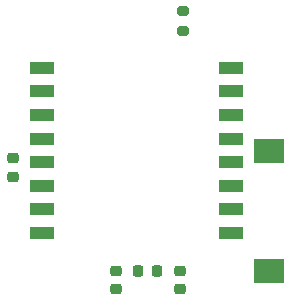
<source format=gbp>
%TF.GenerationSoftware,KiCad,Pcbnew,(7.0.0-0)*%
%TF.CreationDate,2023-03-07T12:57:00-05:00*%
%TF.ProjectId,Spatial Sense Module,53706174-6961-46c2-9053-656e7365204d,rev?*%
%TF.SameCoordinates,Original*%
%TF.FileFunction,Paste,Bot*%
%TF.FilePolarity,Positive*%
%FSLAX46Y46*%
G04 Gerber Fmt 4.6, Leading zero omitted, Abs format (unit mm)*
G04 Created by KiCad (PCBNEW (7.0.0-0)) date 2023-03-07 12:57:00*
%MOMM*%
%LPD*%
G01*
G04 APERTURE LIST*
G04 Aperture macros list*
%AMRoundRect*
0 Rectangle with rounded corners*
0 $1 Rounding radius*
0 $2 $3 $4 $5 $6 $7 $8 $9 X,Y pos of 4 corners*
0 Add a 4 corners polygon primitive as box body*
4,1,4,$2,$3,$4,$5,$6,$7,$8,$9,$2,$3,0*
0 Add four circle primitives for the rounded corners*
1,1,$1+$1,$2,$3*
1,1,$1+$1,$4,$5*
1,1,$1+$1,$6,$7*
1,1,$1+$1,$8,$9*
0 Add four rect primitives between the rounded corners*
20,1,$1+$1,$2,$3,$4,$5,0*
20,1,$1+$1,$4,$5,$6,$7,0*
20,1,$1+$1,$6,$7,$8,$9,0*
20,1,$1+$1,$8,$9,$2,$3,0*%
G04 Aperture macros list end*
%ADD10RoundRect,0.200000X-0.275000X0.200000X-0.275000X-0.200000X0.275000X-0.200000X0.275000X0.200000X0*%
%ADD11RoundRect,0.225000X-0.250000X0.225000X-0.250000X-0.225000X0.250000X-0.225000X0.250000X0.225000X0*%
%ADD12RoundRect,0.218750X-0.218750X-0.256250X0.218750X-0.256250X0.218750X0.256250X-0.218750X0.256250X0*%
%ADD13R,2.500000X2.000000*%
%ADD14R,2.000000X1.000000*%
G04 APERTURE END LIST*
D10*
%TO.C,R10*%
X198400000Y-124975000D03*
X198400000Y-126625000D03*
%TD*%
D11*
%TO.C,C20*%
X192800000Y-146975000D03*
X192800000Y-148525000D03*
%TD*%
D12*
%TO.C,L1*%
X194662500Y-147000000D03*
X196237500Y-147000000D03*
%TD*%
D13*
%TO.C,ANT1*%
X205739999Y-146974999D03*
X205739999Y-136774999D03*
%TD*%
D11*
%TO.C,C21*%
X198150000Y-146975000D03*
X198150000Y-148525000D03*
%TD*%
D14*
%TO.C,U5*%
X202499999Y-129749999D03*
X202499999Y-131749999D03*
X202499999Y-133749999D03*
X202499999Y-135749999D03*
X202499999Y-137749999D03*
X202499999Y-139749999D03*
X202499999Y-141749999D03*
X202499999Y-143749999D03*
X186499999Y-143749999D03*
X186499999Y-141749999D03*
X186499999Y-139749999D03*
X186499999Y-137749999D03*
X186499999Y-135749999D03*
X186499999Y-133749999D03*
X186499999Y-131749999D03*
X186499999Y-129749999D03*
%TD*%
D11*
%TO.C,C19*%
X184000000Y-137425000D03*
X184000000Y-138975000D03*
%TD*%
M02*

</source>
